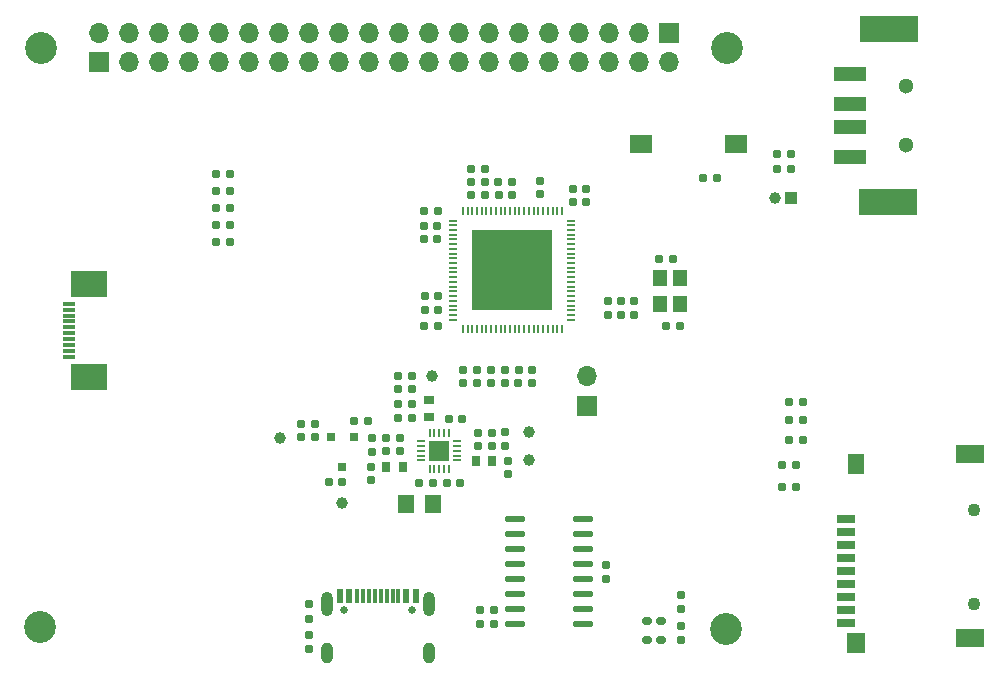
<source format=gbr>
%TF.GenerationSoftware,KiCad,Pcbnew,(6.0.0)*%
%TF.CreationDate,2022-08-30T21:50:04+08:00*%
%TF.ProjectId,F1C200S-HomeAssistant-Board,46314332-3030-4532-9d48-6f6d65417373,rev?*%
%TF.SameCoordinates,Original*%
%TF.FileFunction,Soldermask,Top*%
%TF.FilePolarity,Negative*%
%FSLAX46Y46*%
G04 Gerber Fmt 4.6, Leading zero omitted, Abs format (unit mm)*
G04 Created by KiCad (PCBNEW (6.0.0)) date 2022-08-30 21:50:04*
%MOMM*%
%LPD*%
G01*
G04 APERTURE LIST*
G04 Aperture macros list*
%AMRoundRect*
0 Rectangle with rounded corners*
0 $1 Rounding radius*
0 $2 $3 $4 $5 $6 $7 $8 $9 X,Y pos of 4 corners*
0 Add a 4 corners polygon primitive as box body*
4,1,4,$2,$3,$4,$5,$6,$7,$8,$9,$2,$3,0*
0 Add four circle primitives for the rounded corners*
1,1,$1+$1,$2,$3*
1,1,$1+$1,$4,$5*
1,1,$1+$1,$6,$7*
1,1,$1+$1,$8,$9*
0 Add four rect primitives between the rounded corners*
20,1,$1+$1,$2,$3,$4,$5,0*
20,1,$1+$1,$4,$5,$6,$7,0*
20,1,$1+$1,$6,$7,$8,$9,0*
20,1,$1+$1,$8,$9,$2,$3,0*%
G04 Aperture macros list end*
%ADD10RoundRect,0.155000X0.155000X-0.212500X0.155000X0.212500X-0.155000X0.212500X-0.155000X-0.212500X0*%
%ADD11RoundRect,0.160000X-0.197500X-0.160000X0.197500X-0.160000X0.197500X0.160000X-0.197500X0.160000X0*%
%ADD12RoundRect,0.160000X0.160000X-0.197500X0.160000X0.197500X-0.160000X0.197500X-0.160000X-0.197500X0*%
%ADD13C,1.000000*%
%ADD14R,1.900000X1.500000*%
%ADD15RoundRect,0.160000X-0.222500X-0.160000X0.222500X-0.160000X0.222500X0.160000X-0.222500X0.160000X0*%
%ADD16RoundRect,0.155000X0.212500X0.155000X-0.212500X0.155000X-0.212500X-0.155000X0.212500X-0.155000X0*%
%ADD17RoundRect,0.155000X-0.212500X-0.155000X0.212500X-0.155000X0.212500X0.155000X-0.212500X0.155000X0*%
%ADD18RoundRect,0.160000X0.197500X0.160000X-0.197500X0.160000X-0.197500X-0.160000X0.197500X-0.160000X0*%
%ADD19RoundRect,0.155000X-0.155000X0.212500X-0.155000X-0.212500X0.155000X-0.212500X0.155000X0.212500X0*%
%ADD20R,1.700000X1.700000*%
%ADD21O,1.700000X1.700000*%
%ADD22R,1.330000X1.500000*%
%ADD23C,2.700000*%
%ADD24R,1.200000X1.400000*%
%ADD25RoundRect,0.160000X-0.160000X0.197500X-0.160000X-0.197500X0.160000X-0.197500X0.160000X0.197500X0*%
%ADD26R,1.100000X0.300000*%
%ADD27R,3.100000X2.300000*%
%ADD28R,0.800000X0.860000*%
%ADD29O,1.750000X0.560000*%
%ADD30C,1.100000*%
%ADD31R,1.600000X0.700000*%
%ADD32R,1.600000X1.800000*%
%ADD33R,2.400000X1.600000*%
%ADD34R,1.400000X1.800000*%
%ADD35R,0.800000X0.200000*%
%ADD36R,0.200000X0.800000*%
%ADD37R,6.750000X6.750000*%
%ADD38R,0.860000X0.800000*%
%ADD39C,1.300000*%
%ADD40R,2.800000X1.200000*%
%ADD41R,5.000000X2.200000*%
%ADD42C,0.650000*%
%ADD43O,1.000000X2.100000*%
%ADD44O,1.000000X1.800000*%
%ADD45R,0.600000X1.240000*%
%ADD46R,0.300000X1.240000*%
%ADD47R,1.000000X1.000000*%
%ADD48R,0.800000X0.800000*%
G04 APERTURE END LIST*
D10*
%TO.C,C16*%
X97300000Y-115567500D03*
X97300000Y-114432500D03*
%TD*%
D11*
%TO.C,R29*%
X69902500Y-119600000D03*
X71097500Y-119600000D03*
%TD*%
D12*
%TO.C,R21*%
X105300000Y-125797500D03*
X105300000Y-124602500D03*
%TD*%
D13*
%TO.C,TP5*%
X80600000Y-141700000D03*
%TD*%
%TO.C,TP3*%
X96400000Y-138100000D03*
%TD*%
D14*
%TO.C,SW1*%
X105900000Y-111300000D03*
X113900000Y-111300000D03*
%TD*%
D10*
%TO.C,C34*%
X92252500Y-151930000D03*
X92252500Y-150795000D03*
%TD*%
D15*
%TO.C,D2*%
X106427500Y-151700000D03*
X107572500Y-151700000D03*
%TD*%
D16*
%TO.C,C35*%
X118567500Y-113400000D03*
X117432500Y-113400000D03*
%TD*%
D17*
%TO.C,C22*%
X89432500Y-140000000D03*
X90567500Y-140000000D03*
%TD*%
%TO.C,C8*%
X90830000Y-131532500D03*
X91965000Y-131532500D03*
%TD*%
D11*
%TO.C,R18*%
X118402500Y-136400000D03*
X119597500Y-136400000D03*
%TD*%
D10*
%TO.C,C26*%
X83000000Y-139767500D03*
X83000000Y-138632500D03*
%TD*%
D18*
%TO.C,R2*%
X92697500Y-113400000D03*
X91502500Y-113400000D03*
%TD*%
D11*
%TO.C,R17*%
X117802500Y-138500000D03*
X118997500Y-138500000D03*
%TD*%
D12*
%TO.C,R12*%
X86500000Y-134497500D03*
X86500000Y-133302500D03*
%TD*%
D19*
%TO.C,C18*%
X103100000Y-124632500D03*
X103100000Y-125767500D03*
%TD*%
D17*
%TO.C,C25*%
X85332500Y-132100000D03*
X86467500Y-132100000D03*
%TD*%
D11*
%TO.C,R15*%
X118402500Y-133200000D03*
X119597500Y-133200000D03*
%TD*%
D10*
%TO.C,C27*%
X94600000Y-139267500D03*
X94600000Y-138132500D03*
%TD*%
D17*
%TO.C,C11*%
X93230000Y-130432500D03*
X94365000Y-130432500D03*
%TD*%
D20*
%TO.C,J4*%
X108245000Y-101900000D03*
D21*
X105705000Y-101900000D03*
X103165000Y-101900000D03*
X100625000Y-101900000D03*
X98085000Y-101900000D03*
X95545000Y-101900000D03*
X93005000Y-101900000D03*
X90465000Y-101900000D03*
X87925000Y-101900000D03*
X85385000Y-101900000D03*
X82845000Y-101900000D03*
X80305000Y-101900000D03*
X77765000Y-101900000D03*
X75225000Y-101900000D03*
X72685000Y-101900000D03*
X70145000Y-101900000D03*
X67605000Y-101900000D03*
X65065000Y-101900000D03*
X62525000Y-101900000D03*
X59985000Y-101900000D03*
%TD*%
D16*
%TO.C,C29*%
X80567500Y-139900000D03*
X79432500Y-139900000D03*
%TD*%
D22*
%TO.C,F1*%
X85960000Y-141800000D03*
X88240000Y-141800000D03*
%TD*%
D11*
%TO.C,R1*%
X87502500Y-117000000D03*
X88697500Y-117000000D03*
%TD*%
D18*
%TO.C,R9*%
X93297500Y-135800000D03*
X92102500Y-135800000D03*
%TD*%
D16*
%TO.C,C13*%
X109167500Y-126700000D03*
X108032500Y-126700000D03*
%TD*%
D23*
%TO.C,H1*%
X55000000Y-152200000D03*
%TD*%
D24*
%TO.C,X1*%
X109200000Y-124900000D03*
X109200000Y-122700000D03*
X107500000Y-122700000D03*
X107500000Y-124900000D03*
%TD*%
D16*
%TO.C,C10*%
X94967500Y-115600000D03*
X93832500Y-115600000D03*
%TD*%
D25*
%TO.C,R11*%
X85300000Y-133302500D03*
X85300000Y-134497500D03*
%TD*%
D16*
%TO.C,C3*%
X88667500Y-126700000D03*
X87532500Y-126700000D03*
%TD*%
D23*
%TO.C,H2*%
X55100000Y-103200000D03*
%TD*%
D10*
%TO.C,C33*%
X93452500Y-151930000D03*
X93452500Y-150795000D03*
%TD*%
D19*
%TO.C,C24*%
X94400000Y-135732500D03*
X94400000Y-136867500D03*
%TD*%
D26*
%TO.C,J3*%
X57425000Y-129350000D03*
X57425000Y-128850000D03*
X57425000Y-128350000D03*
X57425000Y-127850000D03*
X57425000Y-127350000D03*
X57425000Y-126850000D03*
X57425000Y-126350000D03*
X57425000Y-125850000D03*
X57425000Y-125350000D03*
X57425000Y-124850000D03*
D27*
X59125000Y-123180000D03*
X59125000Y-131020000D03*
%TD*%
D20*
%TO.C,J1*%
X101300000Y-133475000D03*
D21*
X101300000Y-130935000D03*
%TD*%
D17*
%TO.C,C12*%
X95530000Y-130432500D03*
X96665000Y-130432500D03*
%TD*%
D10*
%TO.C,C30*%
X78300000Y-136167500D03*
X78300000Y-135032500D03*
%TD*%
D18*
%TO.C,R4*%
X96695000Y-131532500D03*
X95500000Y-131532500D03*
%TD*%
D25*
%TO.C,R20*%
X77800000Y-152902500D03*
X77800000Y-154097500D03*
%TD*%
D28*
%TO.C,L2*%
X91900000Y-138200000D03*
X93300000Y-138200000D03*
%TD*%
D29*
%TO.C,U5*%
X100970000Y-151950000D03*
X100970000Y-150680000D03*
X100970000Y-149410000D03*
X100970000Y-148130000D03*
X100970000Y-146870000D03*
X100970000Y-145600000D03*
X100970000Y-144330000D03*
X100970000Y-143060000D03*
X95230000Y-143060000D03*
X95230000Y-144330000D03*
X95230000Y-145600000D03*
X95230000Y-146870000D03*
X95230000Y-148130000D03*
X95230000Y-149410000D03*
X95230000Y-150680000D03*
X95230000Y-151950000D03*
%TD*%
D11*
%TO.C,R16*%
X117805000Y-140400000D03*
X119000000Y-140400000D03*
%TD*%
D19*
%TO.C,C23*%
X83100000Y-136232500D03*
X83100000Y-137367500D03*
%TD*%
D17*
%TO.C,C14*%
X100132500Y-116200000D03*
X101267500Y-116200000D03*
%TD*%
%TO.C,C15*%
X100132500Y-115100000D03*
X101267500Y-115100000D03*
%TD*%
D13*
%TO.C,TP4*%
X88200000Y-131000000D03*
%TD*%
D10*
%TO.C,C5*%
X87600000Y-125367500D03*
X87600000Y-124232500D03*
%TD*%
D18*
%TO.C,R30*%
X118597500Y-112200000D03*
X117402500Y-112200000D03*
%TD*%
D30*
%TO.C,Card1*%
X134100000Y-150300000D03*
X134100000Y-142300000D03*
D31*
X123250000Y-143100000D03*
X123250000Y-144200000D03*
X123250000Y-145300000D03*
X123250000Y-146400000D03*
X123250000Y-147500000D03*
X123250000Y-148600000D03*
X123250000Y-149700000D03*
X123250000Y-150800000D03*
X123250000Y-151900000D03*
D32*
X124100000Y-153550000D03*
D33*
X133750000Y-153150000D03*
X133750000Y-137550000D03*
D34*
X124100000Y-138400000D03*
%TD*%
D11*
%TO.C,R27*%
X69902500Y-118200000D03*
X71097500Y-118200000D03*
%TD*%
D10*
%TO.C,C31*%
X77100000Y-136167500D03*
X77100000Y-135032500D03*
%TD*%
D15*
%TO.C,D1*%
X106427500Y-153300000D03*
X107572500Y-153300000D03*
%TD*%
D11*
%TO.C,R26*%
X69900000Y-115300000D03*
X71095000Y-115300000D03*
%TD*%
D19*
%TO.C,C19*%
X104200000Y-124632500D03*
X104200000Y-125767500D03*
%TD*%
D23*
%TO.C,H3*%
X113200000Y-103200000D03*
%TD*%
D35*
%TO.C,U1*%
X90000000Y-117800000D03*
X90000000Y-118200000D03*
X90000000Y-118600000D03*
X90000000Y-119000000D03*
X90000000Y-119400000D03*
X90000000Y-119800000D03*
X90000000Y-120200000D03*
X90000000Y-120600000D03*
X90000000Y-121000000D03*
X90000000Y-121400000D03*
X90000000Y-121800000D03*
X90000000Y-122200000D03*
X90000000Y-122600000D03*
X90000000Y-123000000D03*
X90000000Y-123400000D03*
X90000000Y-123800000D03*
X90000000Y-124200000D03*
X90000000Y-124600000D03*
X90000000Y-125000000D03*
X90000000Y-125400000D03*
X90000000Y-125800000D03*
X90000000Y-126200000D03*
D36*
X90800000Y-127000000D03*
X91200000Y-127000000D03*
X91600000Y-127000000D03*
X92000000Y-127000000D03*
X92400000Y-127000000D03*
X92800000Y-127000000D03*
X93200000Y-127000000D03*
X93600000Y-127000000D03*
X94000000Y-127000000D03*
X94400000Y-127000000D03*
X94800000Y-127000000D03*
X95200000Y-127000000D03*
X95600000Y-127000000D03*
X96000000Y-127000000D03*
X96400000Y-127000000D03*
X96800000Y-127000000D03*
X97200000Y-127000000D03*
X97600000Y-127000000D03*
X98000000Y-127000000D03*
X98400000Y-127000000D03*
X98800000Y-127000000D03*
X99200000Y-127000000D03*
D35*
X100000000Y-126200000D03*
X100000000Y-125800000D03*
X100000000Y-125400000D03*
X100000000Y-125000000D03*
X100000000Y-124600000D03*
X100000000Y-124200000D03*
X100000000Y-123800000D03*
X100000000Y-123400000D03*
X100000000Y-123000000D03*
X100000000Y-122600000D03*
X100000000Y-122200000D03*
X100000000Y-121800000D03*
X100000000Y-121400000D03*
X100000000Y-121000000D03*
X100000000Y-120600000D03*
X100000000Y-120200000D03*
X100000000Y-119800000D03*
X100000000Y-119400000D03*
X100000000Y-119000000D03*
X100000000Y-118600000D03*
X100000000Y-118200000D03*
X100000000Y-117800000D03*
D36*
X99200000Y-117000000D03*
X98800000Y-117000000D03*
X98400000Y-117000000D03*
X98000000Y-117000000D03*
X97600000Y-117000000D03*
X97200000Y-117000000D03*
X96800000Y-117000000D03*
X96400000Y-117000000D03*
X96000000Y-117000000D03*
X95600000Y-117000000D03*
X95200000Y-117000000D03*
X94800000Y-117000000D03*
X94400000Y-117000000D03*
X94000000Y-117000000D03*
X93600000Y-117000000D03*
X93200000Y-117000000D03*
X92800000Y-117000000D03*
X92400000Y-117000000D03*
X92000000Y-117000000D03*
X91600000Y-117000000D03*
X91200000Y-117000000D03*
X90800000Y-117000000D03*
D37*
X95000000Y-122000000D03*
%TD*%
D16*
%TO.C,C20*%
X88267500Y-140000000D03*
X87132500Y-140000000D03*
%TD*%
D11*
%TO.C,R25*%
X69902500Y-116700000D03*
X71097500Y-116700000D03*
%TD*%
D10*
%TO.C,C32*%
X102952500Y-148130000D03*
X102952500Y-146995000D03*
%TD*%
D17*
%TO.C,C17*%
X107432500Y-121100000D03*
X108567500Y-121100000D03*
%TD*%
D18*
%TO.C,R8*%
X85497500Y-137300000D03*
X84302500Y-137300000D03*
%TD*%
D17*
%TO.C,C28*%
X85332500Y-131000000D03*
X86467500Y-131000000D03*
%TD*%
D13*
%TO.C,TP2*%
X75300000Y-136200000D03*
%TD*%
D38*
%TO.C,L3*%
X87900000Y-134400000D03*
X87900000Y-133000000D03*
%TD*%
D10*
%TO.C,C4*%
X88600000Y-119367500D03*
X88600000Y-118232500D03*
%TD*%
D39*
%TO.C,USB1*%
X128312500Y-111400000D03*
X128312500Y-106400000D03*
D40*
X123562500Y-112400000D03*
X123562500Y-109900000D03*
X123562500Y-107900000D03*
X123562500Y-105390000D03*
D41*
X126862500Y-101600000D03*
X126822500Y-116200000D03*
%TD*%
D25*
%TO.C,R23*%
X109300000Y-149502500D03*
X109300000Y-150697500D03*
%TD*%
%TO.C,R19*%
X77800000Y-150302500D03*
X77800000Y-151497500D03*
%TD*%
D18*
%TO.C,R6*%
X94997500Y-114500000D03*
X93802500Y-114500000D03*
%TD*%
D42*
%TO.C,U4*%
X86490000Y-150752500D03*
X80700000Y-150752500D03*
D43*
X79280000Y-150252500D03*
X87920000Y-150252500D03*
D44*
X87920000Y-154432500D03*
X79280000Y-154432500D03*
D45*
X80400000Y-149632500D03*
X81200000Y-149632500D03*
D46*
X82350000Y-149632500D03*
X83350000Y-149632500D03*
X83850000Y-149632500D03*
X84850000Y-149632500D03*
D45*
X86800000Y-149632500D03*
X86000000Y-149632500D03*
D46*
X85350000Y-149632500D03*
X84350000Y-149632500D03*
X82850000Y-149632500D03*
X81850000Y-149632500D03*
%TD*%
D10*
%TO.C,C1*%
X87500000Y-119367500D03*
X87500000Y-118232500D03*
%TD*%
D17*
%TO.C,C6*%
X91532500Y-115600000D03*
X92667500Y-115600000D03*
%TD*%
D28*
%TO.C,L1*%
X85700000Y-138700000D03*
X84300000Y-138700000D03*
%TD*%
D18*
%TO.C,R13*%
X82797500Y-134800000D03*
X81602500Y-134800000D03*
%TD*%
D20*
%TO.C,J2*%
X60000000Y-104400000D03*
D21*
X62540000Y-104400000D03*
X65080000Y-104400000D03*
X67620000Y-104400000D03*
X70160000Y-104400000D03*
X72700000Y-104400000D03*
X75240000Y-104400000D03*
X77780000Y-104400000D03*
X80320000Y-104400000D03*
X82860000Y-104400000D03*
X85400000Y-104400000D03*
X87940000Y-104400000D03*
X90480000Y-104400000D03*
X93020000Y-104400000D03*
X95560000Y-104400000D03*
X98100000Y-104400000D03*
X100640000Y-104400000D03*
X103180000Y-104400000D03*
X105720000Y-104400000D03*
X108260000Y-104400000D03*
%TD*%
D17*
%TO.C,C21*%
X89632500Y-134600000D03*
X90767500Y-134600000D03*
%TD*%
D11*
%TO.C,R14*%
X118402500Y-134700000D03*
X119597500Y-134700000D03*
%TD*%
D18*
%TO.C,R3*%
X94392500Y-131532500D03*
X93197500Y-131532500D03*
%TD*%
D23*
%TO.C,H4*%
X113100000Y-152400000D03*
%TD*%
D17*
%TO.C,C7*%
X91532500Y-114500000D03*
X92667500Y-114500000D03*
%TD*%
D10*
%TO.C,C2*%
X88700000Y-125367500D03*
X88700000Y-124232500D03*
%TD*%
D11*
%TO.C,R10*%
X92102500Y-136900000D03*
X93297500Y-136900000D03*
%TD*%
D47*
%TO.C,MIC1*%
X118600000Y-115900000D03*
D13*
X117200000Y-115900000D03*
%TD*%
D18*
%TO.C,R5*%
X112297500Y-114200000D03*
X111102500Y-114200000D03*
%TD*%
D35*
%TO.C,U2*%
X87300000Y-136500000D03*
X87300000Y-136900000D03*
X87300000Y-137300000D03*
X87300000Y-137700000D03*
X87300000Y-138100000D03*
D36*
X88000000Y-138800000D03*
X88400000Y-138800000D03*
X88800000Y-138800000D03*
X89200000Y-138800000D03*
X89600000Y-138800000D03*
D35*
X90300000Y-138100000D03*
X90300000Y-137700000D03*
X90300000Y-137300000D03*
X90300000Y-136900000D03*
X90300000Y-136500000D03*
D36*
X89600000Y-135800000D03*
X89200000Y-135800000D03*
X88800000Y-135800000D03*
X88400000Y-135800000D03*
X88000000Y-135800000D03*
D20*
X88800000Y-137300000D03*
%TD*%
D17*
%TO.C,C9*%
X90830000Y-130432500D03*
X91965000Y-130432500D03*
%TD*%
D12*
%TO.C,R22*%
X109300000Y-153297500D03*
X109300000Y-152102500D03*
%TD*%
D11*
%TO.C,R7*%
X84302500Y-136200000D03*
X85497500Y-136200000D03*
%TD*%
%TO.C,R28*%
X69900000Y-113900000D03*
X71095000Y-113900000D03*
%TD*%
D13*
%TO.C,TP1*%
X96400000Y-135700000D03*
%TD*%
D48*
%TO.C,U3*%
X81550000Y-136140000D03*
X79650000Y-136130000D03*
X80600000Y-138670000D03*
%TD*%
M02*

</source>
